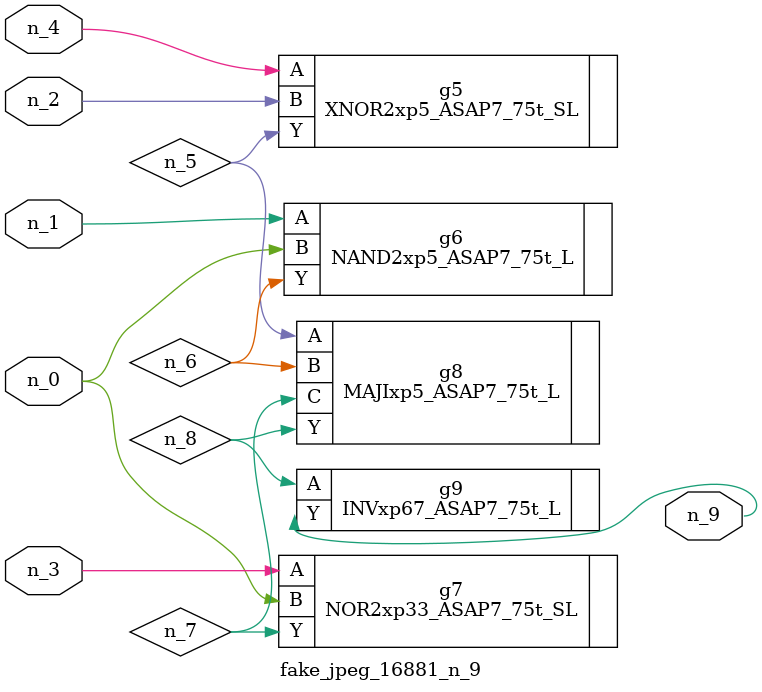
<source format=v>
module fake_jpeg_16881_n_9 (n_3, n_2, n_1, n_0, n_4, n_9);

input n_3;
input n_2;
input n_1;
input n_0;
input n_4;

output n_9;

wire n_8;
wire n_6;
wire n_5;
wire n_7;

XNOR2xp5_ASAP7_75t_SL g5 ( 
.A(n_4),
.B(n_2),
.Y(n_5)
);

NAND2xp5_ASAP7_75t_L g6 ( 
.A(n_1),
.B(n_0),
.Y(n_6)
);

NOR2xp33_ASAP7_75t_SL g7 ( 
.A(n_3),
.B(n_0),
.Y(n_7)
);

MAJIxp5_ASAP7_75t_L g8 ( 
.A(n_5),
.B(n_6),
.C(n_7),
.Y(n_8)
);

INVxp67_ASAP7_75t_L g9 ( 
.A(n_8),
.Y(n_9)
);


endmodule
</source>
